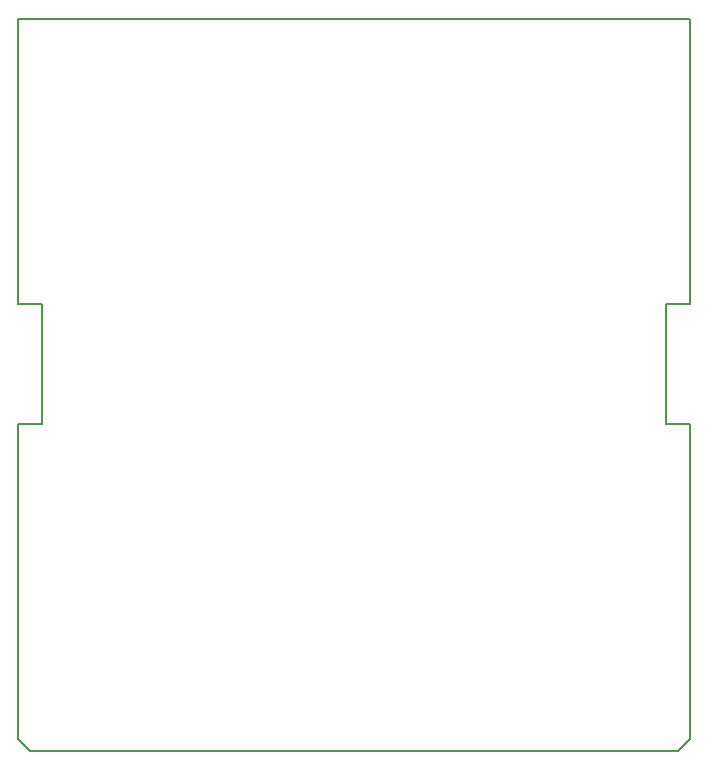
<source format=gm1>
G04 #@! TF.FileFunction,Profile,NP*
%FSLAX46Y46*%
G04 Gerber Fmt 4.6, Leading zero omitted, Abs format (unit mm)*
G04 Created by KiCad (PCBNEW 4.0.7) date 09/22/19 17:52:56*
%MOMM*%
%LPD*%
G01*
G04 APERTURE LIST*
%ADD10C,0.100000*%
%ADD11C,0.150000*%
G04 APERTURE END LIST*
D10*
D11*
X178308000Y-97536000D02*
X178308000Y-70866000D01*
X121412000Y-97536000D02*
X121412000Y-70866000D01*
X177292000Y-98552000D02*
X122428000Y-98552000D01*
X177292000Y-98552000D02*
X178308000Y-97536000D01*
X122428000Y-98552000D02*
X121412000Y-97536000D01*
X121412000Y-36576000D02*
X178308000Y-36576000D01*
X121412000Y-60706000D02*
X121412000Y-36576000D01*
X123444000Y-60706000D02*
X121412000Y-60706000D01*
X123444000Y-70866000D02*
X123444000Y-60706000D01*
X121412000Y-70866000D02*
X123444000Y-70866000D01*
X178308000Y-60706000D02*
X178308000Y-36576000D01*
X176276000Y-70866000D02*
X176276000Y-60706000D01*
X178308000Y-60706000D02*
X176276000Y-60706000D01*
X178308000Y-70866000D02*
X176276000Y-70866000D01*
M02*

</source>
